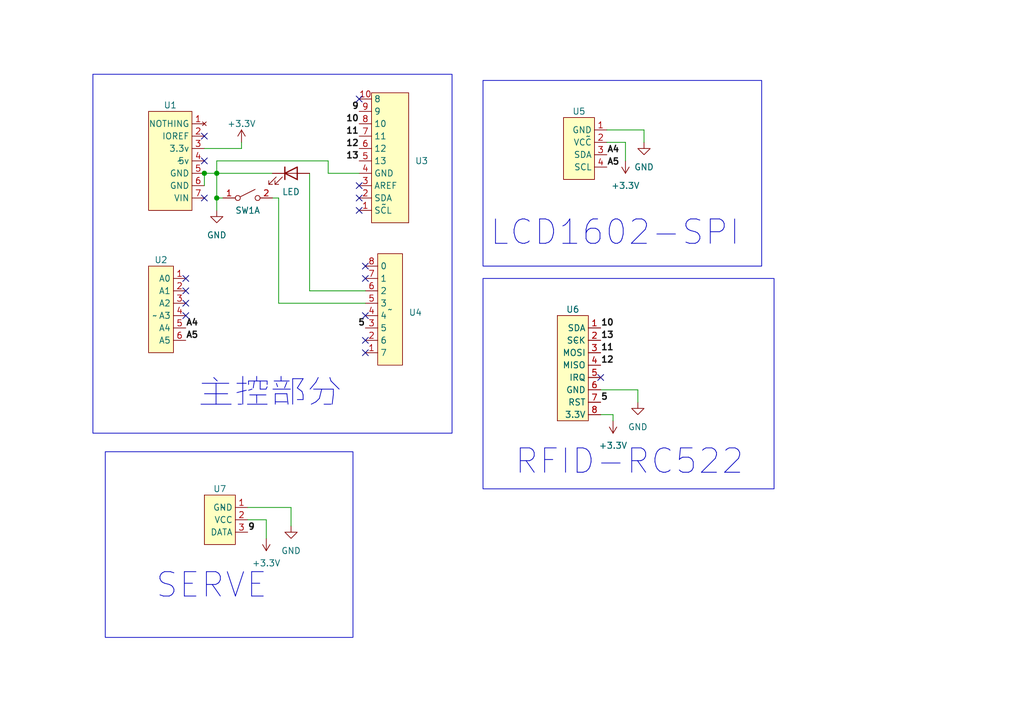
<source format=kicad_sch>
(kicad_sch (version 20230121) (generator eeschema)

  (uuid 6d356e7d-3631-4e44-89d2-d18c5a9462ed)

  (paper "A5")

  (lib_symbols
    (symbol "Device:LED" (pin_numbers hide) (pin_names (offset 1.016) hide) (in_bom yes) (on_board yes)
      (property "Reference" "D" (at 0 2.54 0)
        (effects (font (size 1.27 1.27)))
      )
      (property "Value" "LED" (at 0 -2.54 0)
        (effects (font (size 1.27 1.27)))
      )
      (property "Footprint" "" (at 0 0 0)
        (effects (font (size 1.27 1.27)) hide)
      )
      (property "Datasheet" "~" (at 0 0 0)
        (effects (font (size 1.27 1.27)) hide)
      )
      (property "ki_keywords" "LED diode" (at 0 0 0)
        (effects (font (size 1.27 1.27)) hide)
      )
      (property "ki_description" "Light emitting diode" (at 0 0 0)
        (effects (font (size 1.27 1.27)) hide)
      )
      (property "ki_fp_filters" "LED* LED_SMD:* LED_THT:*" (at 0 0 0)
        (effects (font (size 1.27 1.27)) hide)
      )
      (symbol "LED_0_1"
        (polyline
          (pts
            (xy -1.27 -1.27)
            (xy -1.27 1.27)
          )
          (stroke (width 0.254) (type default))
          (fill (type none))
        )
        (polyline
          (pts
            (xy -1.27 0)
            (xy 1.27 0)
          )
          (stroke (width 0) (type default))
          (fill (type none))
        )
        (polyline
          (pts
            (xy 1.27 -1.27)
            (xy 1.27 1.27)
            (xy -1.27 0)
            (xy 1.27 -1.27)
          )
          (stroke (width 0.254) (type default))
          (fill (type none))
        )
        (polyline
          (pts
            (xy -3.048 -0.762)
            (xy -4.572 -2.286)
            (xy -3.81 -2.286)
            (xy -4.572 -2.286)
            (xy -4.572 -1.524)
          )
          (stroke (width 0) (type default))
          (fill (type none))
        )
        (polyline
          (pts
            (xy -1.778 -0.762)
            (xy -3.302 -2.286)
            (xy -2.54 -2.286)
            (xy -3.302 -2.286)
            (xy -3.302 -1.524)
          )
          (stroke (width 0) (type default))
          (fill (type none))
        )
      )
      (symbol "LED_1_1"
        (pin passive line (at -3.81 0 0) (length 2.54)
          (name "K" (effects (font (size 1.27 1.27))))
          (number "1" (effects (font (size 1.27 1.27))))
        )
        (pin passive line (at 3.81 0 180) (length 2.54)
          (name "A" (effects (font (size 1.27 1.27))))
          (number "2" (effects (font (size 1.27 1.27))))
        )
      )
    )
    (symbol "New_Library:LCD1602-SPI" (in_bom yes) (on_board yes)
      (property "Reference" "U" (at -3.81 -2.54 0)
        (effects (font (size 1.27 1.27)))
      )
      (property "Value" "" (at 0 0 0)
        (effects (font (size 1.27 1.27)))
      )
      (property "Footprint" "" (at 0 0 0)
        (effects (font (size 1.27 1.27)) hide)
      )
      (property "Datasheet" "" (at 0 0 0)
        (effects (font (size 1.27 1.27)) hide)
      )
      (symbol "LCD1602-SPI_0_1"
        (rectangle (start -5.08 3.81) (end 1.27 -8.89)
          (stroke (width 0) (type default))
          (fill (type background))
        )
      )
      (symbol "LCD1602-SPI_1_1"
        (pin bidirectional line (at 3.81 1.27 180) (length 2.54)
          (name "GND" (effects (font (size 1.27 1.27))))
          (number "1" (effects (font (size 1.27 1.27))))
        )
        (pin bidirectional line (at 3.81 -1.27 180) (length 2.54)
          (name "VCC" (effects (font (size 1.27 1.27))))
          (number "2" (effects (font (size 1.27 1.27))))
        )
        (pin bidirectional line (at 3.81 -3.81 180) (length 2.54)
          (name "SDA" (effects (font (size 1.27 1.27))))
          (number "3" (effects (font (size 1.27 1.27))))
        )
        (pin bidirectional line (at 3.81 -6.35 180) (length 2.54)
          (name "SCL" (effects (font (size 1.27 1.27))))
          (number "4" (effects (font (size 1.27 1.27))))
        )
      )
    )
    (symbol "New_Library:RFID-RC522" (in_bom yes) (on_board yes)
      (property "Reference" "U" (at -2.54 2.54 0)
        (effects (font (size 1.27 1.27)))
      )
      (property "Value" "" (at 0 0 0)
        (effects (font (size 1.27 1.27)))
      )
      (property "Footprint" "" (at 0 0 0)
        (effects (font (size 1.27 1.27)) hide)
      )
      (property "Datasheet" "" (at 0 0 0)
        (effects (font (size 1.27 1.27)) hide)
      )
      (symbol "RFID-RC522_0_1"
        (rectangle (start -3.81 5.08) (end 2.54 -16.51)
          (stroke (width 0) (type default))
          (fill (type background))
        )
      )
      (symbol "RFID-RC522_1_1"
        (pin bidirectional line (at 5.08 2.54 180) (length 2.54)
          (name "SDA" (effects (font (size 1.27 1.27))))
          (number "1" (effects (font (size 1.27 1.27))))
        )
        (pin bidirectional line (at 5.08 0 180) (length 2.54)
          (name "SCK" (effects (font (size 1.27 1.27))))
          (number "2" (effects (font (size 1.27 1.27))))
        )
        (pin bidirectional line (at 5.08 -2.54 180) (length 2.54)
          (name "MOSI" (effects (font (size 1.27 1.27))))
          (number "3" (effects (font (size 1.27 1.27))))
        )
        (pin bidirectional line (at 5.08 -5.08 180) (length 2.54)
          (name "MISO" (effects (font (size 1.27 1.27))))
          (number "4" (effects (font (size 1.27 1.27))))
        )
        (pin bidirectional line (at 5.08 -7.62 180) (length 2.54)
          (name "IRQ" (effects (font (size 1.27 1.27))))
          (number "5" (effects (font (size 1.27 1.27))))
        )
        (pin bidirectional line (at 5.08 -10.16 180) (length 2.54)
          (name "GND" (effects (font (size 1.27 1.27))))
          (number "6" (effects (font (size 1.27 1.27))))
        )
        (pin bidirectional line (at 5.08 -12.7 180) (length 2.54)
          (name "RST" (effects (font (size 1.27 1.27))))
          (number "7" (effects (font (size 1.27 1.27))))
        )
        (pin bidirectional line (at 5.08 -15.24 180) (length 2.54)
          (name "3.3V" (effects (font (size 1.27 1.27))))
          (number "8" (effects (font (size 1.27 1.27))))
        )
      )
    )
    (symbol "New_Library:SERVE" (in_bom yes) (on_board yes)
      (property "Reference" "U" (at -2.54 1.27 0)
        (effects (font (size 1.27 1.27)))
      )
      (property "Value" "" (at 0 0 0)
        (effects (font (size 1.27 1.27)))
      )
      (property "Footprint" "" (at 0 0 0)
        (effects (font (size 1.27 1.27)) hide)
      )
      (property "Datasheet" "" (at 0 0 0)
        (effects (font (size 1.27 1.27)) hide)
      )
      (symbol "SERVE_0_1"
        (rectangle (start -3.81 2.54) (end 2.54 -7.62)
          (stroke (width 0) (type default))
          (fill (type background))
        )
      )
      (symbol "SERVE_1_1"
        (pin bidirectional line (at 5.08 0 180) (length 2.54)
          (name "GND" (effects (font (size 1.27 1.27))))
          (number "1" (effects (font (size 1.27 1.27))))
        )
        (pin bidirectional line (at 5.08 -2.54 180) (length 2.54)
          (name "VCC" (effects (font (size 1.27 1.27))))
          (number "2" (effects (font (size 1.27 1.27))))
        )
        (pin bidirectional line (at 5.08 -5.08 180) (length 2.54)
          (name "DATA" (effects (font (size 1.27 1.27))))
          (number "3" (effects (font (size 1.27 1.27))))
        )
      )
    )
    (symbol "New_Library:arduino-u1" (in_bom yes) (on_board yes)
      (property "Reference" "U" (at -2.54 0 0)
        (effects (font (size 1.27 1.27)))
      )
      (property "Value" "" (at 0 0 0)
        (effects (font (size 1.27 1.27)))
      )
      (property "Footprint" "" (at 0 0 0)
        (effects (font (size 1.27 1.27)) hide)
      )
      (property "Datasheet" "" (at 0 0 0)
        (effects (font (size 1.27 1.27)) hide)
      )
      (symbol "arduino-u1_0_1"
        (rectangle (start -6.35 10.16) (end 2.54 -10.16)
          (stroke (width 0) (type default))
          (fill (type background))
        )
      )
      (symbol "arduino-u1_1_1"
        (pin no_connect line (at 5.08 7.62 180) (length 2.54)
          (name "NOTHING" (effects (font (size 1.27 1.27))))
          (number "1" (effects (font (size 1.27 1.27))))
        )
        (pin bidirectional line (at 5.08 5.08 180) (length 2.54)
          (name "IOREF" (effects (font (size 1.27 1.27))))
          (number "2" (effects (font (size 1.27 1.27))))
        )
        (pin power_out line (at 5.08 2.54 180) (length 2.54)
          (name "3.3v" (effects (font (size 1.27 1.27))))
          (number "3" (effects (font (size 1.27 1.27))))
        )
        (pin bidirectional line (at 5.08 0 180) (length 2.54)
          (name "5v" (effects (font (size 1.27 1.27))))
          (number "4" (effects (font (size 1.27 1.27))))
        )
        (pin power_out line (at 5.08 -2.54 180) (length 2.54)
          (name "GND" (effects (font (size 1.27 1.27))))
          (number "5" (effects (font (size 1.27 1.27))))
        )
        (pin bidirectional line (at 5.08 -5.08 180) (length 2.54)
          (name "GND" (effects (font (size 1.27 1.27))))
          (number "6" (effects (font (size 1.27 1.27))))
        )
        (pin bidirectional line (at 5.08 -7.62 180) (length 2.54)
          (name "VIN" (effects (font (size 1.27 1.27))))
          (number "7" (effects (font (size 1.27 1.27))))
        )
      )
    )
    (symbol "New_Library:arduino-u2" (in_bom yes) (on_board yes)
      (property "Reference" "U" (at 0 0 0)
        (effects (font (size 1.27 1.27)))
      )
      (property "Value" "" (at 0 0 0)
        (effects (font (size 1.27 1.27)))
      )
      (property "Footprint" "" (at 0 0 0)
        (effects (font (size 1.27 1.27)) hide)
      )
      (property "Datasheet" "" (at 0 0 0)
        (effects (font (size 1.27 1.27)) hide)
      )
      (symbol "arduino-u2_0_1"
        (rectangle (start -1.27 10.16) (end 3.81 -7.62)
          (stroke (width 0) (type default))
          (fill (type background))
        )
      )
      (symbol "arduino-u2_1_1"
        (pin bidirectional line (at 6.35 7.62 180) (length 2.54)
          (name "A0" (effects (font (size 1.27 1.27))))
          (number "1" (effects (font (size 1.27 1.27))))
        )
        (pin bidirectional line (at 6.35 5.08 180) (length 2.54)
          (name "A1" (effects (font (size 1.27 1.27))))
          (number "2" (effects (font (size 1.27 1.27))))
        )
        (pin bidirectional line (at 6.35 2.54 180) (length 2.54)
          (name "A2" (effects (font (size 1.27 1.27))))
          (number "3" (effects (font (size 1.27 1.27))))
        )
        (pin bidirectional line (at 6.35 0 180) (length 2.54)
          (name "A3" (effects (font (size 1.27 1.27))))
          (number "4" (effects (font (size 1.27 1.27))))
        )
        (pin bidirectional line (at 6.35 -2.54 180) (length 2.54)
          (name "A4" (effects (font (size 1.27 1.27))))
          (number "5" (effects (font (size 1.27 1.27))))
        )
        (pin bidirectional line (at 6.35 -5.08 180) (length 2.54)
          (name "A5" (effects (font (size 1.27 1.27))))
          (number "6" (effects (font (size 1.27 1.27))))
        )
      )
    )
    (symbol "New_Library:arduino-u3" (in_bom yes) (on_board yes)
      (property "Reference" "U" (at -2.54 -11.43 0)
        (effects (font (size 1.27 1.27)))
      )
      (property "Value" "" (at 0 0 0)
        (effects (font (size 1.27 1.27)))
      )
      (property "Footprint" "" (at 0 0 0)
        (effects (font (size 1.27 1.27)) hide)
      )
      (property "Datasheet" "" (at 0 0 0)
        (effects (font (size 1.27 1.27)) hide)
      )
      (symbol "arduino-u3_0_1"
        (rectangle (start -5.08 3.81) (end 2.54 -22.86)
          (stroke (width 0) (type default))
          (fill (type background))
        )
      )
      (symbol "arduino-u3_1_1"
        (pin bidirectional line (at 5.08 1.27 180) (length 2.54)
          (name "SCL" (effects (font (size 1.27 1.27))))
          (number "1" (effects (font (size 1.27 1.27))))
        )
        (pin bidirectional line (at 5.08 -21.59 180) (length 2.54)
          (name "8" (effects (font (size 1.27 1.27))))
          (number "10" (effects (font (size 1.27 1.27))))
        )
        (pin bidirectional line (at 5.08 -1.27 180) (length 2.54)
          (name "SDA" (effects (font (size 1.27 1.27))))
          (number "2" (effects (font (size 1.27 1.27))))
        )
        (pin bidirectional line (at 5.08 -3.81 180) (length 2.54)
          (name "AREF" (effects (font (size 1.27 1.27))))
          (number "3" (effects (font (size 1.27 1.27))))
        )
        (pin bidirectional line (at 5.08 -6.35 180) (length 2.54)
          (name "GND" (effects (font (size 1.27 1.27))))
          (number "4" (effects (font (size 1.27 1.27))))
        )
        (pin bidirectional line (at 5.08 -8.89 180) (length 2.54)
          (name "13" (effects (font (size 1.27 1.27))))
          (number "5" (effects (font (size 1.27 1.27))))
        )
        (pin bidirectional line (at 5.08 -11.43 180) (length 2.54)
          (name "12" (effects (font (size 1.27 1.27))))
          (number "6" (effects (font (size 1.27 1.27))))
        )
        (pin bidirectional line (at 5.08 -13.97 180) (length 2.54)
          (name "11" (effects (font (size 1.27 1.27))))
          (number "7" (effects (font (size 1.27 1.27))))
        )
        (pin bidirectional line (at 5.08 -16.51 180) (length 2.54)
          (name "10" (effects (font (size 1.27 1.27))))
          (number "8" (effects (font (size 1.27 1.27))))
        )
        (pin bidirectional line (at 5.08 -19.05 180) (length 2.54)
          (name "9" (effects (font (size 1.27 1.27))))
          (number "9" (effects (font (size 1.27 1.27))))
        )
      )
    )
    (symbol "New_Library:arduino-u4" (in_bom yes) (on_board yes)
      (property "Reference" "U" (at 0 0 0)
        (effects (font (size 1.27 1.27)))
      )
      (property "Value" "" (at 0 0 0)
        (effects (font (size 1.27 1.27)))
      )
      (property "Footprint" "" (at 0 0 0)
        (effects (font (size 1.27 1.27)) hide)
      )
      (property "Datasheet" "" (at 0 0 0)
        (effects (font (size 1.27 1.27)) hide)
      )
      (symbol "arduino-u4_0_1"
        (rectangle (start -2.54 11.43) (end 2.54 -11.43)
          (stroke (width 0) (type default))
          (fill (type background))
        )
      )
      (symbol "arduino-u4_1_1"
        (pin bidirectional line (at 5.08 8.89 180) (length 2.54)
          (name "7" (effects (font (size 1.27 1.27))))
          (number "1" (effects (font (size 1.27 1.27))))
        )
        (pin bidirectional line (at 5.08 6.35 180) (length 2.54)
          (name "6" (effects (font (size 1.27 1.27))))
          (number "2" (effects (font (size 1.27 1.27))))
        )
        (pin bidirectional line (at 5.08 3.81 180) (length 2.54)
          (name "5" (effects (font (size 1.27 1.27))))
          (number "3" (effects (font (size 1.27 1.27))))
        )
        (pin bidirectional line (at 5.08 1.27 180) (length 2.54)
          (name "4" (effects (font (size 1.27 1.27))))
          (number "4" (effects (font (size 1.27 1.27))))
        )
        (pin bidirectional line (at 5.08 -1.27 180) (length 2.54)
          (name "3" (effects (font (size 1.27 1.27))))
          (number "5" (effects (font (size 1.27 1.27))))
        )
        (pin bidirectional line (at 5.08 -3.81 180) (length 2.54)
          (name "2" (effects (font (size 1.27 1.27))))
          (number "6" (effects (font (size 1.27 1.27))))
        )
        (pin bidirectional line (at 5.08 -6.35 180) (length 2.54)
          (name "1" (effects (font (size 1.27 1.27))))
          (number "7" (effects (font (size 1.27 1.27))))
        )
        (pin bidirectional line (at 5.08 -8.89 180) (length 2.54)
          (name "0" (effects (font (size 1.27 1.27))))
          (number "8" (effects (font (size 1.27 1.27))))
        )
      )
    )
    (symbol "Switch:SW_DPST_x2" (pin_names (offset 0) hide) (in_bom yes) (on_board yes)
      (property "Reference" "SW" (at 0 3.175 0)
        (effects (font (size 1.27 1.27)))
      )
      (property "Value" "SW_DPST_x2" (at 0 -2.54 0)
        (effects (font (size 1.27 1.27)))
      )
      (property "Footprint" "" (at 0 0 0)
        (effects (font (size 1.27 1.27)) hide)
      )
      (property "Datasheet" "~" (at 0 0 0)
        (effects (font (size 1.27 1.27)) hide)
      )
      (property "ki_keywords" "switch lever" (at 0 0 0)
        (effects (font (size 1.27 1.27)) hide)
      )
      (property "ki_description" "Single Pole Single Throw (SPST) switch, separate symbol" (at 0 0 0)
        (effects (font (size 1.27 1.27)) hide)
      )
      (symbol "SW_DPST_x2_0_0"
        (circle (center -2.032 0) (radius 0.508)
          (stroke (width 0) (type default))
          (fill (type none))
        )
        (polyline
          (pts
            (xy -1.524 0.254)
            (xy 1.524 1.778)
          )
          (stroke (width 0) (type default))
          (fill (type none))
        )
        (circle (center 2.032 0) (radius 0.508)
          (stroke (width 0) (type default))
          (fill (type none))
        )
      )
      (symbol "SW_DPST_x2_1_1"
        (pin passive line (at -5.08 0 0) (length 2.54)
          (name "A" (effects (font (size 1.27 1.27))))
          (number "1" (effects (font (size 1.27 1.27))))
        )
        (pin passive line (at 5.08 0 180) (length 2.54)
          (name "B" (effects (font (size 1.27 1.27))))
          (number "2" (effects (font (size 1.27 1.27))))
        )
      )
      (symbol "SW_DPST_x2_2_1"
        (pin passive line (at -5.08 0 0) (length 2.54)
          (name "A" (effects (font (size 1.27 1.27))))
          (number "3" (effects (font (size 1.27 1.27))))
        )
        (pin passive line (at 5.08 0 180) (length 2.54)
          (name "B" (effects (font (size 1.27 1.27))))
          (number "4" (effects (font (size 1.27 1.27))))
        )
      )
    )
    (symbol "power:+3.3V" (power) (pin_names (offset 0)) (in_bom yes) (on_board yes)
      (property "Reference" "#PWR" (at 0 -3.81 0)
        (effects (font (size 1.27 1.27)) hide)
      )
      (property "Value" "+3.3V" (at 0 3.556 0)
        (effects (font (size 1.27 1.27)))
      )
      (property "Footprint" "" (at 0 0 0)
        (effects (font (size 1.27 1.27)) hide)
      )
      (property "Datasheet" "" (at 0 0 0)
        (effects (font (size 1.27 1.27)) hide)
      )
      (property "ki_keywords" "global power" (at 0 0 0)
        (effects (font (size 1.27 1.27)) hide)
      )
      (property "ki_description" "Power symbol creates a global label with name \"+3.3V\"" (at 0 0 0)
        (effects (font (size 1.27 1.27)) hide)
      )
      (symbol "+3.3V_0_1"
        (polyline
          (pts
            (xy -0.762 1.27)
            (xy 0 2.54)
          )
          (stroke (width 0) (type default))
          (fill (type none))
        )
        (polyline
          (pts
            (xy 0 0)
            (xy 0 2.54)
          )
          (stroke (width 0) (type default))
          (fill (type none))
        )
        (polyline
          (pts
            (xy 0 2.54)
            (xy 0.762 1.27)
          )
          (stroke (width 0) (type default))
          (fill (type none))
        )
      )
      (symbol "+3.3V_1_1"
        (pin power_in line (at 0 0 90) (length 0) hide
          (name "+3.3V" (effects (font (size 1.27 1.27))))
          (number "1" (effects (font (size 1.27 1.27))))
        )
      )
    )
    (symbol "power:GND" (power) (pin_names (offset 0)) (in_bom yes) (on_board yes)
      (property "Reference" "#PWR" (at 0 -6.35 0)
        (effects (font (size 1.27 1.27)) hide)
      )
      (property "Value" "GND" (at 0 -3.81 0)
        (effects (font (size 1.27 1.27)))
      )
      (property "Footprint" "" (at 0 0 0)
        (effects (font (size 1.27 1.27)) hide)
      )
      (property "Datasheet" "" (at 0 0 0)
        (effects (font (size 1.27 1.27)) hide)
      )
      (property "ki_keywords" "global power" (at 0 0 0)
        (effects (font (size 1.27 1.27)) hide)
      )
      (property "ki_description" "Power symbol creates a global label with name \"GND\" , ground" (at 0 0 0)
        (effects (font (size 1.27 1.27)) hide)
      )
      (symbol "GND_0_1"
        (polyline
          (pts
            (xy 0 0)
            (xy 0 -1.27)
            (xy 1.27 -1.27)
            (xy 0 -2.54)
            (xy -1.27 -1.27)
            (xy 0 -1.27)
          )
          (stroke (width 0) (type default))
          (fill (type none))
        )
      )
      (symbol "GND_1_1"
        (pin power_in line (at 0 0 270) (length 0) hide
          (name "GND" (effects (font (size 1.27 1.27))))
          (number "1" (effects (font (size 1.27 1.27))))
        )
      )
    )
  )


  (junction (at 44.45 40.64) (diameter 0) (color 0 0 0 0)
    (uuid 7454860f-da6d-4b15-ae7e-13e6e2cd939d)
  )
  (junction (at 41.91 35.56) (diameter 0) (color 0 0 0 0)
    (uuid 92125df8-199e-4305-9bf0-669164ad9bae)
  )
  (junction (at 44.45 35.56) (diameter 0) (color 0 0 0 0)
    (uuid fead6822-9c37-4293-b77e-57c81adb711a)
  )

  (no_connect (at 74.93 72.39) (uuid 101af7bc-522a-4724-8833-134399ab71d2))
  (no_connect (at 38.1 62.23) (uuid 10c44f9f-5d76-4c8e-91f4-32ad8d78f07e))
  (no_connect (at 38.1 59.69) (uuid 30b40315-d39a-403c-b333-732c9dfba984))
  (no_connect (at 74.93 54.61) (uuid 5701a486-7306-4738-a731-99f7b854d434))
  (no_connect (at 74.93 64.77) (uuid 5c51fc29-d36c-418a-a9f9-2b3fef076acc))
  (no_connect (at 38.1 57.15) (uuid 762cdc41-8cb2-4c06-9391-b3028f678ce7))
  (no_connect (at 38.1 64.77) (uuid a3c4819d-b2f8-415d-8c06-9af1fd7dc8b8))
  (no_connect (at 74.93 57.15) (uuid aff9b7e7-f65a-409d-ba88-2dd14a10913f))
  (no_connect (at 73.66 40.64) (uuid cfaf1505-00b7-426f-b4f9-277e79d58d3d))
  (no_connect (at 41.91 40.64) (uuid d19aa211-ff7c-4632-9bed-883bc05018e0))
  (no_connect (at 74.93 69.85) (uuid d529421c-0a04-437c-85cc-23104efb3dec))
  (no_connect (at 73.66 20.32) (uuid e3064351-e77d-4fa0-a644-74ec29f534cb))
  (no_connect (at 73.66 38.1) (uuid e77935a1-221c-4033-983f-53ef46194867))
  (no_connect (at 73.66 43.18) (uuid f4bd1913-7d21-49aa-b8fb-e16c20366639))
  (no_connect (at 41.91 27.94) (uuid f520d4eb-a162-47e1-8a3b-31fddf6d8216))
  (no_connect (at 123.19 77.47) (uuid f548aae5-911c-402d-881b-c6309b8a0097))
  (no_connect (at 41.91 33.02) (uuid f94679de-5f54-4fed-ad81-b4000a83500e))

  (wire (pts (xy 67.31 33.02) (xy 44.45 33.02))
    (stroke (width 0) (type default))
    (uuid 0308ec11-5762-46de-88b7-bd752bc1dd46)
  )
  (wire (pts (xy 59.69 104.14) (xy 59.69 107.95))
    (stroke (width 0) (type default))
    (uuid 08c93848-7864-4d97-bece-4b7ea9f08758)
  )
  (wire (pts (xy 41.91 35.56) (xy 41.91 38.1))
    (stroke (width 0) (type default))
    (uuid 0d82176a-0236-46a6-9cea-8546da14decc)
  )
  (wire (pts (xy 45.72 40.64) (xy 44.45 40.64))
    (stroke (width 0) (type default))
    (uuid 0d9b4c46-7f87-433a-8edf-089297783964)
  )
  (wire (pts (xy 132.08 29.21) (xy 132.08 26.67))
    (stroke (width 0) (type default))
    (uuid 12e50805-5492-4532-bedc-99a4814f7b78)
  )
  (wire (pts (xy 124.46 29.21) (xy 128.27 29.21))
    (stroke (width 0) (type default))
    (uuid 2c58107f-cd53-4909-81c4-e074d0b75f64)
  )
  (wire (pts (xy 57.15 62.23) (xy 74.93 62.23))
    (stroke (width 0) (type default))
    (uuid 2e9e663a-8d83-481e-9be4-d3a0cf05e4da)
  )
  (wire (pts (xy 44.45 35.56) (xy 55.88 35.56))
    (stroke (width 0) (type default))
    (uuid 3d8fb8fd-41ec-41b3-835c-1d2ccf93bd5b)
  )
  (wire (pts (xy 130.81 80.01) (xy 130.81 82.55))
    (stroke (width 0) (type default))
    (uuid 49152d4d-4f4c-4ec9-936c-f4d9cbc52af2)
  )
  (wire (pts (xy 128.27 29.21) (xy 128.27 33.02))
    (stroke (width 0) (type default))
    (uuid 572f6852-37f1-403f-b82c-677b7137f8c3)
  )
  (wire (pts (xy 44.45 33.02) (xy 44.45 35.56))
    (stroke (width 0) (type default))
    (uuid 5d31c67f-5ba1-4a75-9848-e3eb45868828)
  )
  (wire (pts (xy 73.66 35.56) (xy 67.31 35.56))
    (stroke (width 0) (type default))
    (uuid 6a013f28-5c72-443d-bbe3-0228e621a6e7)
  )
  (wire (pts (xy 132.08 26.67) (xy 124.46 26.67))
    (stroke (width 0) (type default))
    (uuid 6d2cea0b-4af1-4bb8-970c-0778c12a820e)
  )
  (wire (pts (xy 41.91 35.56) (xy 44.45 35.56))
    (stroke (width 0) (type default))
    (uuid 7c038534-d75d-4899-ba01-ca72e625e3ba)
  )
  (wire (pts (xy 54.61 106.68) (xy 54.61 110.49))
    (stroke (width 0) (type default))
    (uuid 7f86fc2c-ba1d-4c10-859a-c33b9306a373)
  )
  (wire (pts (xy 50.8 104.14) (xy 59.69 104.14))
    (stroke (width 0) (type default))
    (uuid 877d3aae-2bbc-4d54-b66a-e433b243f9f7)
  )
  (wire (pts (xy 123.19 80.01) (xy 130.81 80.01))
    (stroke (width 0) (type default))
    (uuid 8a873ea5-c1dd-4348-a255-b7dec4f27c2a)
  )
  (wire (pts (xy 44.45 35.56) (xy 44.45 40.64))
    (stroke (width 0) (type default))
    (uuid 8cb19950-0545-49b8-a403-5f1d46d8055e)
  )
  (wire (pts (xy 123.19 85.09) (xy 125.73 85.09))
    (stroke (width 0) (type default))
    (uuid 98b6dc49-0ab8-4e00-9911-ca7d47f34b5f)
  )
  (wire (pts (xy 63.5 35.56) (xy 63.5 59.69))
    (stroke (width 0) (type default))
    (uuid 98c2441c-136c-41a3-b139-8dfc133f1985)
  )
  (wire (pts (xy 57.15 40.64) (xy 57.15 62.23))
    (stroke (width 0) (type default))
    (uuid a579c487-550d-4488-a8ed-cb8f017387d2)
  )
  (wire (pts (xy 67.31 35.56) (xy 67.31 33.02))
    (stroke (width 0) (type default))
    (uuid ab02b176-b5db-48ee-9488-22b2d4a63f29)
  )
  (wire (pts (xy 57.15 40.64) (xy 55.88 40.64))
    (stroke (width 0) (type default))
    (uuid be4c0173-8542-4fd8-bc29-5c555cd1e818)
  )
  (wire (pts (xy 50.8 106.68) (xy 54.61 106.68))
    (stroke (width 0) (type default))
    (uuid c0cbfe22-7234-4b2b-8171-43c5030fce35)
  )
  (wire (pts (xy 125.73 85.09) (xy 125.73 86.36))
    (stroke (width 0) (type default))
    (uuid c3604d35-dd4b-4aef-b2b8-9bb99e39c8de)
  )
  (wire (pts (xy 44.45 40.64) (xy 44.45 43.18))
    (stroke (width 0) (type default))
    (uuid cb29e1ae-8606-488c-9942-7b6011119c48)
  )
  (wire (pts (xy 63.5 59.69) (xy 74.93 59.69))
    (stroke (width 0) (type default))
    (uuid cb724cf4-1a0b-40da-a2ef-e97076160e75)
  )
  (wire (pts (xy 49.53 30.48) (xy 49.53 29.21))
    (stroke (width 0) (type default))
    (uuid dae77f82-7212-4796-8adc-fd4de0ac981e)
  )
  (wire (pts (xy 49.53 30.48) (xy 41.91 30.48))
    (stroke (width 0) (type default))
    (uuid e04f9d7e-003e-4dfe-8604-d566cb2a304b)
  )

  (rectangle (start 19.05 15.24) (end 92.71 88.9)
    (stroke (width 0) (type default))
    (fill (type none))
    (uuid 47840e26-c713-479d-9455-1a9b411d0dc1)
  )
  (rectangle (start 21.59 92.71) (end 72.39 130.81)
    (stroke (width 0) (type default))
    (fill (type none))
    (uuid 4824c505-f391-433b-92de-261c1e9a159d)
  )
  (rectangle (start 99.06 57.15) (end 158.75 100.33)
    (stroke (width 0) (type default))
    (fill (type none))
    (uuid 574afb01-9f89-4851-9cef-2890fc62d9f1)
  )
  (rectangle (start 99.06 16.51) (end 156.21 54.61)
    (stroke (width 0) (type default))
    (fill (type none))
    (uuid e2dfe974-5127-4ba4-8d1d-b426beddb6e1)
  )

  (text "LCD1602-SPI" (at 100.33 50.8 0)
    (effects (font (size 5 5)) (justify left bottom))
    (uuid 3fe16349-3f15-4953-af42-ee2ff8b13758)
  )
  (text "RFID-RC522" (at 105.41 97.79 0)
    (effects (font (size 5 5)) (justify left bottom))
    (uuid da80a9b0-486d-442d-9ca4-53f2988ba4f4)
  )
  (text "SERVE " (at 31.75 123.19 0)
    (effects (font (size 5 5)) (justify left bottom))
    (uuid f87f3e33-e492-4544-986e-12bb2b1d9e9c)
  )
  (text "主控部分" (at 40.64 83.82 0)
    (effects (font (size 5 5)) (justify left bottom))
    (uuid f96c0e54-e6be-4c84-a6bb-6d73be7a8515)
  )

  (label "12" (at 123.19 74.93 0) (fields_autoplaced)
    (effects (font (size 1.27 1.27) bold) (justify left bottom))
    (uuid 005ff3b0-83fc-479e-9ae2-3c47d0942d93)
  )
  (label "10" (at 73.66 25.4 180) (fields_autoplaced)
    (effects (font (size 1.27 1.27) bold) (justify right bottom))
    (uuid 15dc6724-c0a8-4d92-86e6-4a42f3ca1505)
  )
  (label "10" (at 123.19 67.31 0) (fields_autoplaced)
    (effects (font (size 1.27 1.27) bold) (justify left bottom))
    (uuid 17d45ae2-1146-4ee6-b15b-bae5ff68fd95)
  )
  (label "12" (at 73.66 30.48 180) (fields_autoplaced)
    (effects (font (size 1.27 1.27) bold) (justify right bottom))
    (uuid 19c2ac7c-140b-479b-a5e7-c5cc9923841a)
  )
  (label "A5" (at 38.1 69.85 0) (fields_autoplaced)
    (effects (font (size 1.27 1.27) bold) (justify left bottom))
    (uuid 20a695fc-368e-4d45-be2e-9ffaf7cdb19b)
  )
  (label "5" (at 74.93 67.31 180) (fields_autoplaced)
    (effects (font (size 1.27 1.27) bold) (justify right bottom))
    (uuid 347d63f7-d50f-4289-ad81-ec827776cf94)
  )
  (label "9" (at 73.66 22.86 180) (fields_autoplaced)
    (effects (font (size 1.27 1.27) bold) (justify right bottom))
    (uuid 4c90e98c-005d-4053-af4c-a16adafcdf46)
  )
  (label "13" (at 123.19 69.85 0) (fields_autoplaced)
    (effects (font (size 1.27 1.27) bold) (justify left bottom))
    (uuid 6bc1dfac-4f77-494a-a585-93b4b6af78e1)
  )
  (label "A4" (at 124.46 31.75 0) (fields_autoplaced)
    (effects (font (size 1.27 1.27) bold) (justify left bottom))
    (uuid 91beedf4-4f85-4b8c-b4d5-bf8ee40f29ba)
  )
  (label "5" (at 123.19 82.55 0) (fields_autoplaced)
    (effects (font (size 1.27 1.27) bold) (justify left bottom))
    (uuid 97fb0336-7c51-4ddf-bf59-53a5435599de)
  )
  (label "11" (at 123.19 72.39 0) (fields_autoplaced)
    (effects (font (size 1.27 1.27) bold) (justify left bottom))
    (uuid 9f90f8a2-526f-49ce-9ae7-fb8cbfe6ee4e)
  )
  (label "A5" (at 124.46 34.29 0) (fields_autoplaced)
    (effects (font (size 1.27 1.27) bold) (justify left bottom))
    (uuid a5446e7d-f7dd-4dbf-b868-833cb1f5f7fe)
  )
  (label "11" (at 73.66 27.94 180) (fields_autoplaced)
    (effects (font (size 1.27 1.27) bold) (justify right bottom))
    (uuid d1383065-704c-44e7-9fa9-d8f5696cd1ce)
  )
  (label "9" (at 50.8 109.22 0) (fields_autoplaced)
    (effects (font (size 1.27 1.27) bold) (justify left bottom))
    (uuid d67f14c1-d6cc-4c53-9682-e1743b2d69e0)
  )
  (label "A4" (at 38.1 67.31 0) (fields_autoplaced)
    (effects (font (size 1.27 1.27) bold) (justify left bottom))
    (uuid dcb924e0-7086-48a6-b436-c7199cb844da)
  )
  (label "13" (at 73.66 33.02 180) (fields_autoplaced)
    (effects (font (size 1.27 1.27) bold) (justify right bottom))
    (uuid f8281a94-e6d4-4a14-883e-6c147e422b3f)
  )

  (symbol (lib_id "power:GND") (at 130.81 82.55 0) (unit 1)
    (in_bom yes) (on_board yes) (dnp no)
    (uuid 0ccc2cb6-d430-4de6-b38b-3cb1384faccf)
    (property "Reference" "#PWR03" (at 130.81 88.9 0)
      (effects (font (size 1.27 1.27)) hide)
    )
    (property "Value" "GND" (at 130.81 87.63 0)
      (effects (font (size 1.27 1.27)))
    )
    (property "Footprint" "" (at 130.81 82.55 0)
      (effects (font (size 1.27 1.27)) hide)
    )
    (property "Datasheet" "" (at 130.81 82.55 0)
      (effects (font (size 1.27 1.27)) hide)
    )
    (pin "1" (uuid f806bf93-4cb1-4fbd-b5c2-09b3adba624e))
    (instances
      (project "project-sch"
        (path "/6d356e7d-3631-4e44-89d2-d18c5a9462ed"
          (reference "#PWR03") (unit 1)
        )
      )
    )
  )

  (symbol (lib_id "power:GND") (at 59.69 107.95 0) (unit 1)
    (in_bom yes) (on_board yes) (dnp no) (fields_autoplaced)
    (uuid 3a4d9110-75b2-46b1-be1e-3e31fe40b7b3)
    (property "Reference" "#PWR04" (at 59.69 114.3 0)
      (effects (font (size 1.27 1.27)) hide)
    )
    (property "Value" "GND" (at 59.69 113.03 0)
      (effects (font (size 1.27 1.27)))
    )
    (property "Footprint" "" (at 59.69 107.95 0)
      (effects (font (size 1.27 1.27)) hide)
    )
    (property "Datasheet" "" (at 59.69 107.95 0)
      (effects (font (size 1.27 1.27)) hide)
    )
    (pin "1" (uuid 033e1284-727f-457c-a129-7bde9d2e10af))
    (instances
      (project "project-sch"
        (path "/6d356e7d-3631-4e44-89d2-d18c5a9462ed"
          (reference "#PWR04") (unit 1)
        )
      )
    )
  )

  (symbol (lib_id "New_Library:arduino-u2") (at 31.75 64.77 0) (unit 1)
    (in_bom yes) (on_board yes) (dnp no) (fields_autoplaced)
    (uuid 3d7e1768-1434-4115-bbba-de96c855c6ea)
    (property "Reference" "U2" (at 33.02 53.34 0)
      (effects (font (size 1.27 1.27)))
    )
    (property "Value" "~" (at 31.75 64.77 0)
      (effects (font (size 1.27 1.27)))
    )
    (property "Footprint" "Connector_PinHeader_1.27mm:PinHeader_1x06_P1.27mm_Vertical" (at 31.75 64.77 0)
      (effects (font (size 1.27 1.27)) hide)
    )
    (property "Datasheet" "" (at 31.75 64.77 0)
      (effects (font (size 1.27 1.27)) hide)
    )
    (pin "1" (uuid f114356a-b777-4b14-83f6-968e2358d9fb))
    (pin "2" (uuid abcd63b1-0141-4d70-9eda-095ef06b32c3))
    (pin "3" (uuid 7696d9cb-c3bc-48df-b6fa-00b312e15b44))
    (pin "4" (uuid fe92dd2e-f5f4-4246-8d24-9a54d2a422eb))
    (pin "5" (uuid fe22c313-e77e-4770-989f-89aae0e150da))
    (pin "6" (uuid 483c2bea-4621-42b0-a8e1-612637062ae7))
    (instances
      (project "project-sch"
        (path "/6d356e7d-3631-4e44-89d2-d18c5a9462ed"
          (reference "U2") (unit 1)
        )
      )
    )
  )

  (symbol (lib_id "Device:LED") (at 59.69 35.56 0) (unit 1)
    (in_bom yes) (on_board yes) (dnp no)
    (uuid 417ccff1-6d39-4de3-a847-33e76777a612)
    (property "Reference" "D1" (at 58.1025 30.48 0)
      (effects (font (size 1.27 1.27)) hide)
    )
    (property "Value" "LED" (at 59.69 39.37 0)
      (effects (font (size 1.27 1.27)))
    )
    (property "Footprint" "LED_THT:LED_D3.0mm" (at 59.69 35.56 0)
      (effects (font (size 1.27 1.27)) hide)
    )
    (property "Datasheet" "~" (at 59.69 35.56 0)
      (effects (font (size 1.27 1.27)) hide)
    )
    (pin "1" (uuid 12b9d5ab-3021-4e4d-81fe-d9c1017793a4))
    (pin "2" (uuid 643b9a3d-5b51-4888-8deb-a3c248152382))
    (instances
      (project "project-sch"
        (path "/6d356e7d-3631-4e44-89d2-d18c5a9462ed"
          (reference "D1") (unit 1)
        )
      )
    )
  )

  (symbol (lib_id "New_Library:arduino-u4") (at 80.01 63.5 180) (unit 1)
    (in_bom yes) (on_board yes) (dnp no) (fields_autoplaced)
    (uuid 66bd82a5-8275-4ec1-8379-c1b2fcf92869)
    (property "Reference" "U4" (at 83.82 64.135 0)
      (effects (font (size 1.27 1.27)) (justify right))
    )
    (property "Value" "~" (at 80.01 63.5 0)
      (effects (font (size 1.27 1.27)))
    )
    (property "Footprint" "Connector_PinHeader_1.27mm:PinHeader_1x08_P1.27mm_Vertical" (at 80.01 63.5 0)
      (effects (font (size 1.27 1.27)) hide)
    )
    (property "Datasheet" "" (at 80.01 63.5 0)
      (effects (font (size 1.27 1.27)) hide)
    )
    (pin "1" (uuid b37eb88a-091f-4a07-85ac-674eccd4d9b4))
    (pin "2" (uuid 23b8ee3f-0276-4db6-8517-ae0b32594b32))
    (pin "3" (uuid a61eb5c4-2b3c-488c-9287-84af874b04dd))
    (pin "4" (uuid 6cba5854-0c26-46a6-a355-a4b6af48be81))
    (pin "5" (uuid 8742e0ab-5387-4067-8f5f-a63d9e24ef9c))
    (pin "6" (uuid 7299ef7d-996b-45dd-8c53-b812cc3833b7))
    (pin "7" (uuid 481fbd13-5693-45f2-95f0-727f2bf3a5ff))
    (pin "8" (uuid 66aca4df-b1f1-440e-979a-a5da9a254749))
    (instances
      (project "project-sch"
        (path "/6d356e7d-3631-4e44-89d2-d18c5a9462ed"
          (reference "U4") (unit 1)
        )
      )
    )
  )

  (symbol (lib_id "power:GND") (at 44.45 43.18 0) (unit 1)
    (in_bom yes) (on_board yes) (dnp no) (fields_autoplaced)
    (uuid 70259286-951b-4c93-8610-9c2569d0d716)
    (property "Reference" "#PWR01" (at 44.45 49.53 0)
      (effects (font (size 1.27 1.27)) hide)
    )
    (property "Value" "GND" (at 44.45 48.26 0)
      (effects (font (size 1.27 1.27)))
    )
    (property "Footprint" "" (at 44.45 43.18 0)
      (effects (font (size 1.27 1.27)) hide)
    )
    (property "Datasheet" "" (at 44.45 43.18 0)
      (effects (font (size 1.27 1.27)) hide)
    )
    (pin "1" (uuid b220750e-f74a-47c9-954a-64579303e7ce))
    (instances
      (project "project-sch"
        (path "/6d356e7d-3631-4e44-89d2-d18c5a9462ed"
          (reference "#PWR01") (unit 1)
        )
      )
    )
  )

  (symbol (lib_id "power:+3.3V") (at 49.53 29.21 0) (unit 1)
    (in_bom yes) (on_board yes) (dnp no) (fields_autoplaced)
    (uuid 7da183eb-6849-4ab5-a4bd-787622f69c8a)
    (property "Reference" "#PWR05" (at 49.53 33.02 0)
      (effects (font (size 1.27 1.27)) hide)
    )
    (property "Value" "+3.3V" (at 49.53 25.4 0)
      (effects (font (size 1.27 1.27)))
    )
    (property "Footprint" "" (at 49.53 29.21 0)
      (effects (font (size 1.27 1.27)) hide)
    )
    (property "Datasheet" "" (at 49.53 29.21 0)
      (effects (font (size 1.27 1.27)) hide)
    )
    (pin "1" (uuid 65d0eb9a-2b6b-41e3-ba23-f59e41ac9063))
    (instances
      (project "project-sch"
        (path "/6d356e7d-3631-4e44-89d2-d18c5a9462ed"
          (reference "#PWR05") (unit 1)
        )
      )
    )
  )

  (symbol (lib_id "New_Library:arduino-u1") (at 36.83 33.02 0) (unit 1)
    (in_bom yes) (on_board yes) (dnp no) (fields_autoplaced)
    (uuid a6f1b14c-554c-4439-8c7e-0dde55c8c9ac)
    (property "Reference" "U1" (at 34.925 21.59 0)
      (effects (font (size 1.27 1.27)))
    )
    (property "Value" "~" (at 36.83 33.02 0)
      (effects (font (size 1.27 1.27)))
    )
    (property "Footprint" "Connector_PinSocket_1.27mm:PinSocket_1x07_P1.27mm_Vertical" (at 36.83 33.02 0)
      (effects (font (size 1.27 1.27)) hide)
    )
    (property "Datasheet" "" (at 36.83 33.02 0)
      (effects (font (size 1.27 1.27)) hide)
    )
    (pin "1" (uuid dc6e6a99-7726-44fa-b425-10d14f274128))
    (pin "2" (uuid 3f6f1595-b251-466a-9295-5b593a800656))
    (pin "3" (uuid 3fcccc59-b467-4c5a-a58e-4fdabe1a3dce))
    (pin "4" (uuid ddf77de8-cf9c-4832-8682-971acd40d803))
    (pin "5" (uuid 9754c17f-6ebf-4f28-9a0b-3e5cf239d76a))
    (pin "6" (uuid d3f23967-ff52-4ecb-aecf-649127271f5a))
    (pin "7" (uuid f34bb507-9de0-4354-9727-039165077df8))
    (instances
      (project "project-sch"
        (path "/6d356e7d-3631-4e44-89d2-d18c5a9462ed"
          (reference "U1") (unit 1)
        )
      )
    )
  )

  (symbol (lib_id "New_Library:arduino-u3") (at 78.74 41.91 180) (unit 1)
    (in_bom yes) (on_board yes) (dnp no) (fields_autoplaced)
    (uuid aa4e9bf1-ae11-4379-8ce1-b73cc74942ae)
    (property "Reference" "U3" (at 85.09 33.02 0)
      (effects (font (size 1.27 1.27)) (justify right))
    )
    (property "Value" "~" (at 78.74 41.91 0)
      (effects (font (size 1.27 1.27)))
    )
    (property "Footprint" "Connector_PinHeader_1.27mm:PinHeader_1x10_P1.27mm_Vertical" (at 78.74 41.91 0)
      (effects (font (size 1.27 1.27)) hide)
    )
    (property "Datasheet" "" (at 78.74 41.91 0)
      (effects (font (size 1.27 1.27)) hide)
    )
    (pin "1" (uuid e6ef3ab5-c41f-46ec-bc61-9b87add536ad))
    (pin "10" (uuid 54ff36ed-4ee7-4b06-b4b4-1aa0981e0ab2))
    (pin "2" (uuid 9ea1fdc5-d0fe-4303-83e3-54fbdb8f7225))
    (pin "3" (uuid 0e7851b4-0448-47b7-b7fe-11239664242b))
    (pin "4" (uuid ee1cf770-0ac2-4194-aeea-98371b61b7e2))
    (pin "5" (uuid 508f0457-ae6c-4a04-a647-9b4b7c6fb3fb))
    (pin "6" (uuid a4299e99-5c80-436e-bcad-820d434f32c1))
    (pin "7" (uuid 2ffbd7b9-9ccc-4cc7-9ca4-022025d55b23))
    (pin "8" (uuid f8abbc9d-6176-4d0e-aa10-9a6c59d5ec77))
    (pin "9" (uuid f23f44d9-f538-4f99-b764-2cec5181f2b0))
    (instances
      (project "project-sch"
        (path "/6d356e7d-3631-4e44-89d2-d18c5a9462ed"
          (reference "U3") (unit 1)
        )
      )
    )
  )

  (symbol (lib_id "power:+3.3V") (at 54.61 110.49 180) (unit 1)
    (in_bom yes) (on_board yes) (dnp no) (fields_autoplaced)
    (uuid b110373a-c51b-4499-a6ad-e79c5307d8d2)
    (property "Reference" "#PWR08" (at 54.61 106.68 0)
      (effects (font (size 1.27 1.27)) hide)
    )
    (property "Value" "+3.3V" (at 54.61 115.57 0)
      (effects (font (size 1.27 1.27)))
    )
    (property "Footprint" "" (at 54.61 110.49 0)
      (effects (font (size 1.27 1.27)) hide)
    )
    (property "Datasheet" "" (at 54.61 110.49 0)
      (effects (font (size 1.27 1.27)) hide)
    )
    (pin "1" (uuid 1b980c88-7da6-430b-a983-01da2e9b1bee))
    (instances
      (project "project-sch"
        (path "/6d356e7d-3631-4e44-89d2-d18c5a9462ed"
          (reference "#PWR08") (unit 1)
        )
      )
    )
  )

  (symbol (lib_id "New_Library:RFID-RC522") (at 118.11 69.85 0) (unit 1)
    (in_bom yes) (on_board yes) (dnp no) (fields_autoplaced)
    (uuid b964acc6-24a1-4b47-8be2-e9e1dd1540b9)
    (property "Reference" "U6" (at 117.475 63.5 0)
      (effects (font (size 1.27 1.27)))
    )
    (property "Value" "~" (at 118.11 69.85 0)
      (effects (font (size 1.27 1.27)))
    )
    (property "Footprint" "Connector_PinHeader_1.27mm:PinHeader_1x08_P1.27mm_Vertical" (at 118.11 69.85 0)
      (effects (font (size 1.27 1.27)) hide)
    )
    (property "Datasheet" "" (at 118.11 69.85 0)
      (effects (font (size 1.27 1.27)) hide)
    )
    (pin "1" (uuid fface1db-f7d9-4304-8895-c5e88bf3ba5a))
    (pin "2" (uuid 8e3a3c1a-aace-43b0-94cc-54304f9b862d))
    (pin "3" (uuid 978f6f1b-94b3-4801-8721-9c8cb3bf36e1))
    (pin "4" (uuid 05902c4c-ca25-429d-9f1c-7890d1bad66a))
    (pin "5" (uuid b4b27ad6-3697-408e-ab08-bbbd4d4f8a31))
    (pin "6" (uuid ed18a526-d420-4f1f-819e-d1f9e773f377))
    (pin "7" (uuid 8b3d31db-d30b-451e-97f2-90fc6ff5daae))
    (pin "8" (uuid 60bcf0e5-6ba1-415c-80eb-5836bfd432f0))
    (instances
      (project "project-sch"
        (path "/6d356e7d-3631-4e44-89d2-d18c5a9462ed"
          (reference "U6") (unit 1)
        )
      )
    )
  )

  (symbol (lib_id "Switch:SW_DPST_x2") (at 50.8 40.64 0) (unit 1)
    (in_bom yes) (on_board yes) (dnp no)
    (uuid bec5a2ab-5af8-4c53-bf92-edc133e74954)
    (property "Reference" "SW1" (at 50.8 43.18 0)
      (effects (font (size 1.27 1.27)))
    )
    (property "Value" "SW_DPST_x2" (at 50.8 38.1 0)
      (effects (font (size 1.27 1.27)) hide)
    )
    (property "Footprint" "Button_Switch_THT:SW_PUSH_6mm" (at 50.8 40.64 0)
      (effects (font (size 1.27 1.27)) hide)
    )
    (property "Datasheet" "~" (at 50.8 40.64 0)
      (effects (font (size 1.27 1.27)) hide)
    )
    (pin "1" (uuid 0fd4580c-b7bf-415e-9792-702d8f4c6a83))
    (pin "2" (uuid 0df8020c-4794-4070-815e-ec9531e0b6e8))
    (pin "3" (uuid c91c27eb-b111-4f57-aaa3-e08fd4eca4c4))
    (pin "4" (uuid cb09ae0f-8484-450e-9791-af4c0af3e975))
    (instances
      (project "project-sch"
        (path "/6d356e7d-3631-4e44-89d2-d18c5a9462ed"
          (reference "SW1") (unit 1)
        )
      )
    )
  )

  (symbol (lib_id "New_Library:LCD1602-SPI") (at 120.65 27.94 0) (unit 1)
    (in_bom yes) (on_board yes) (dnp no) (fields_autoplaced)
    (uuid c22d9940-3fbe-4bf4-bfd8-3ecfb66925ce)
    (property "Reference" "U5" (at 118.745 22.86 0)
      (effects (font (size 1.27 1.27)))
    )
    (property "Value" "~" (at 120.65 27.94 0)
      (effects (font (size 1.27 1.27)))
    )
    (property "Footprint" "Connector_PinHeader_1.27mm:PinHeader_1x04_P1.27mm_Vertical" (at 120.65 27.94 0)
      (effects (font (size 1.27 1.27)) hide)
    )
    (property "Datasheet" "" (at 120.65 27.94 0)
      (effects (font (size 1.27 1.27)) hide)
    )
    (pin "1" (uuid af8fa644-4ea6-450e-be0e-31e4ba03ddd6))
    (pin "2" (uuid 3a446bf7-fe10-44b0-9e23-45478e7897fb))
    (pin "3" (uuid cd68a8a0-bf20-4193-83a6-d76c356cd001))
    (pin "4" (uuid e54ee902-3035-4f76-a6fa-1593e2bcf7f7))
    (instances
      (project "project-sch"
        (path "/6d356e7d-3631-4e44-89d2-d18c5a9462ed"
          (reference "U5") (unit 1)
        )
      )
    )
  )

  (symbol (lib_id "New_Library:SERVE") (at 45.72 104.14 0) (unit 1)
    (in_bom yes) (on_board yes) (dnp no) (fields_autoplaced)
    (uuid cb6202fc-bd1e-409f-9adf-3a96e65cd82e)
    (property "Reference" "U7" (at 45.085 100.33 0)
      (effects (font (size 1.27 1.27)))
    )
    (property "Value" "~" (at 45.72 104.14 0)
      (effects (font (size 1.27 1.27)))
    )
    (property "Footprint" "Connector_PinHeader_1.27mm:PinHeader_1x03_P1.27mm_Vertical" (at 45.72 104.14 0)
      (effects (font (size 1.27 1.27)) hide)
    )
    (property "Datasheet" "" (at 45.72 104.14 0)
      (effects (font (size 1.27 1.27)) hide)
    )
    (pin "1" (uuid a417fab9-ef14-4992-952b-cd5995a8d16b))
    (pin "2" (uuid 914129c4-f002-4267-80e3-6249f374a908))
    (pin "3" (uuid ddab344c-2f88-4b88-beb4-7541cff896ff))
    (instances
      (project "project-sch"
        (path "/6d356e7d-3631-4e44-89d2-d18c5a9462ed"
          (reference "U7") (unit 1)
        )
      )
    )
  )

  (symbol (lib_id "power:+3.3V") (at 128.27 33.02 180) (unit 1)
    (in_bom yes) (on_board yes) (dnp no) (fields_autoplaced)
    (uuid db56b228-77eb-49b2-b2e0-4e1099126324)
    (property "Reference" "#PWR06" (at 128.27 29.21 0)
      (effects (font (size 1.27 1.27)) hide)
    )
    (property "Value" "+3.3V" (at 128.27 38.1 0)
      (effects (font (size 1.27 1.27)))
    )
    (property "Footprint" "" (at 128.27 33.02 0)
      (effects (font (size 1.27 1.27)) hide)
    )
    (property "Datasheet" "" (at 128.27 33.02 0)
      (effects (font (size 1.27 1.27)) hide)
    )
    (pin "1" (uuid 7f5f1c64-287b-4cc2-8b78-0cd9de4957ac))
    (instances
      (project "project-sch"
        (path "/6d356e7d-3631-4e44-89d2-d18c5a9462ed"
          (reference "#PWR06") (unit 1)
        )
      )
    )
  )

  (symbol (lib_id "power:GND") (at 132.08 29.21 0) (unit 1)
    (in_bom yes) (on_board yes) (dnp no) (fields_autoplaced)
    (uuid de907bef-9188-4cd0-86b2-4865dabb8356)
    (property "Reference" "#PWR02" (at 132.08 35.56 0)
      (effects (font (size 1.27 1.27)) hide)
    )
    (property "Value" "GND" (at 132.08 34.29 0)
      (effects (font (size 1.27 1.27)))
    )
    (property "Footprint" "" (at 132.08 29.21 0)
      (effects (font (size 1.27 1.27)) hide)
    )
    (property "Datasheet" "" (at 132.08 29.21 0)
      (effects (font (size 1.27 1.27)) hide)
    )
    (pin "1" (uuid 7f1c6ce6-528a-49e2-a10a-74f3e64efe90))
    (instances
      (project "project-sch"
        (path "/6d356e7d-3631-4e44-89d2-d18c5a9462ed"
          (reference "#PWR02") (unit 1)
        )
      )
    )
  )

  (symbol (lib_id "power:+3.3V") (at 125.73 86.36 180) (unit 1)
    (in_bom yes) (on_board yes) (dnp no) (fields_autoplaced)
    (uuid ebe59cb6-9226-41e7-96b7-4cc7bfb8e701)
    (property "Reference" "#PWR07" (at 125.73 82.55 0)
      (effects (font (size 1.27 1.27)) hide)
    )
    (property "Value" "+3.3V" (at 125.73 91.44 0)
      (effects (font (size 1.27 1.27)))
    )
    (property "Footprint" "" (at 125.73 86.36 0)
      (effects (font (size 1.27 1.27)) hide)
    )
    (property "Datasheet" "" (at 125.73 86.36 0)
      (effects (font (size 1.27 1.27)) hide)
    )
    (pin "1" (uuid ce67a369-2a1a-45b3-92bc-453705b3538e))
    (instances
      (project "project-sch"
        (path "/6d356e7d-3631-4e44-89d2-d18c5a9462ed"
          (reference "#PWR07") (unit 1)
        )
      )
    )
  )

  (sheet_instances
    (path "/" (page "1"))
  )
)

</source>
